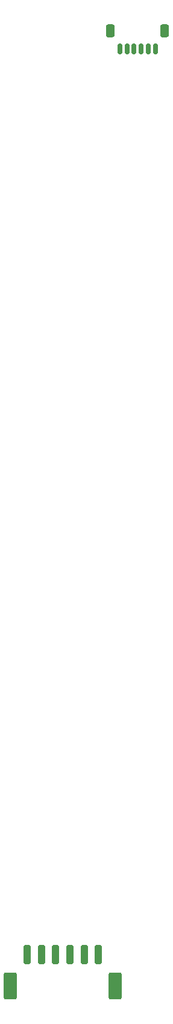
<source format=gbr>
%TF.GenerationSoftware,KiCad,Pcbnew,9.0.6*%
%TF.CreationDate,2025-12-22T22:41:29-05:00*%
%TF.ProjectId,TacoCopter_Flight_Controller,5461636f-436f-4707-9465-725f466c6967,rev?*%
%TF.SameCoordinates,Original*%
%TF.FileFunction,Paste,Top*%
%TF.FilePolarity,Positive*%
%FSLAX46Y46*%
G04 Gerber Fmt 4.6, Leading zero omitted, Abs format (unit mm)*
G04 Created by KiCad (PCBNEW 9.0.6) date 2025-12-22 22:41:29*
%MOMM*%
%LPD*%
G01*
G04 APERTURE LIST*
G04 Aperture macros list*
%AMRoundRect*
0 Rectangle with rounded corners*
0 $1 Rounding radius*
0 $2 $3 $4 $5 $6 $7 $8 $9 X,Y pos of 4 corners*
0 Add a 4 corners polygon primitive as box body*
4,1,4,$2,$3,$4,$5,$6,$7,$8,$9,$2,$3,0*
0 Add four circle primitives for the rounded corners*
1,1,$1+$1,$2,$3*
1,1,$1+$1,$4,$5*
1,1,$1+$1,$6,$7*
1,1,$1+$1,$8,$9*
0 Add four rect primitives between the rounded corners*
20,1,$1+$1,$2,$3,$4,$5,0*
20,1,$1+$1,$4,$5,$6,$7,0*
20,1,$1+$1,$6,$7,$8,$9,0*
20,1,$1+$1,$8,$9,$2,$3,0*%
G04 Aperture macros list end*
%ADD10RoundRect,0.250000X-0.250000X-1.100000X0.250000X-1.100000X0.250000X1.100000X-0.250000X1.100000X0*%
%ADD11RoundRect,0.250000X-0.650000X-1.650000X0.650000X-1.650000X0.650000X1.650000X-0.650000X1.650000X0*%
%ADD12RoundRect,0.150000X-0.150000X-0.625000X0.150000X-0.625000X0.150000X0.625000X-0.150000X0.625000X0*%
%ADD13RoundRect,0.250000X-0.350000X-0.650000X0.350000X-0.650000X0.350000X0.650000X-0.350000X0.650000X0*%
G04 APERTURE END LIST*
D10*
%TO.C,J1*%
X134500000Y-156000000D03*
X136500000Y-156000000D03*
X138500000Y-156000000D03*
X140500000Y-156000000D03*
X142500000Y-156000000D03*
X144500000Y-156000000D03*
D11*
X132150000Y-160450000D03*
X146850000Y-160450000D03*
%TD*%
D12*
%TO.C,J3*%
X147500000Y-29000000D03*
X148500000Y-29000000D03*
X149500000Y-29000000D03*
X150500000Y-29000000D03*
X151500000Y-29000000D03*
X152500000Y-29000000D03*
D13*
X146200000Y-26475000D03*
X153800000Y-26475000D03*
%TD*%
M02*

</source>
